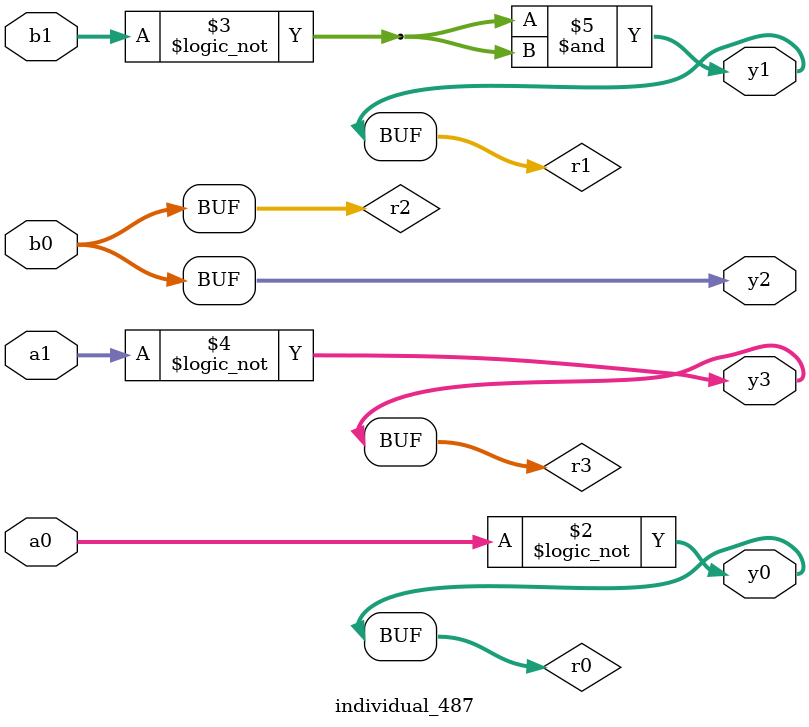
<source format=sv>
module individual_487(input logic [15:0] a1, input logic [15:0] a0, input logic [15:0] b1, input logic [15:0] b0, output logic [15:0] y3, output logic [15:0] y2, output logic [15:0] y1, output logic [15:0] y0);
logic [15:0] r0, r1, r2, r3; 
 always@(*) begin 
	 r0 = a0; r1 = a1; r2 = b0; r3 = b1; 
 	 r0 = ! a0 ;
 	 r1 = ! b1 ;
 	 r3 = ! a1 ;
 	 r1  &=  r1 ;
 	 y3 = r3; y2 = r2; y1 = r1; y0 = r0; 
end
endmodule
</source>
